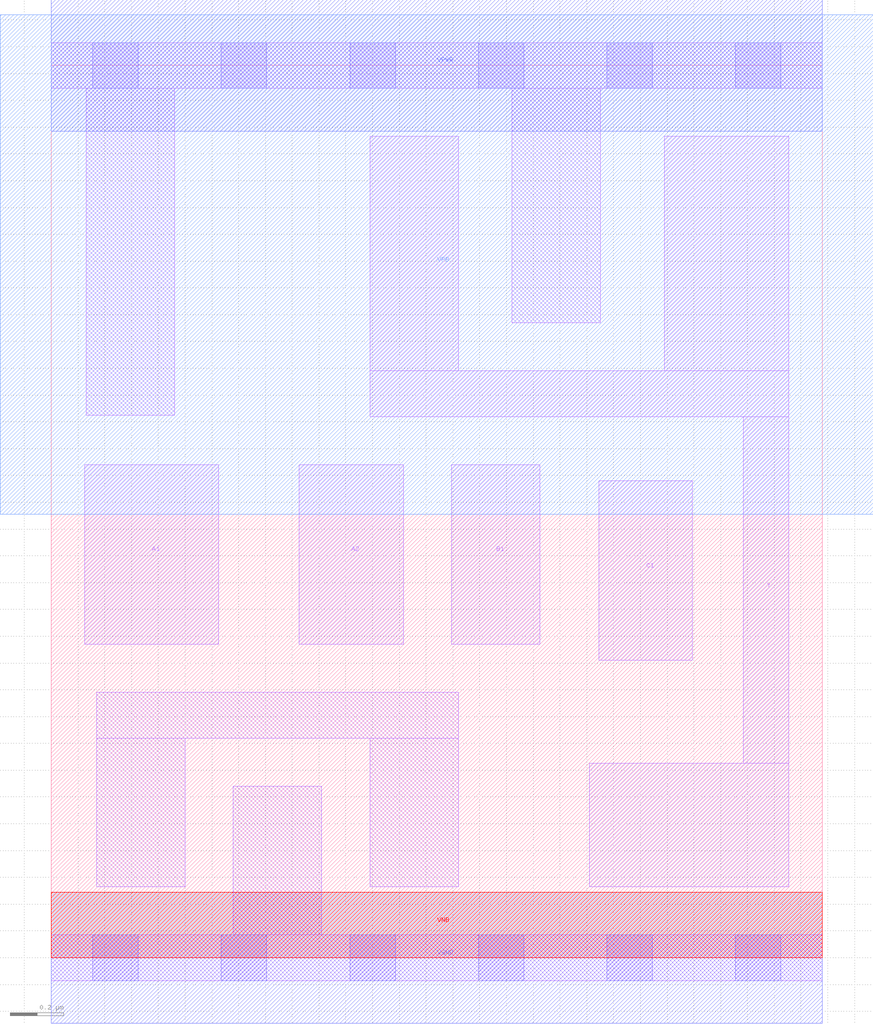
<source format=lef>
# Copyright 2020 The SkyWater PDK Authors
#
# Licensed under the Apache License, Version 2.0 (the "License");
# you may not use this file except in compliance with the License.
# You may obtain a copy of the License at
#
#     https://www.apache.org/licenses/LICENSE-2.0
#
# Unless required by applicable law or agreed to in writing, software
# distributed under the License is distributed on an "AS IS" BASIS,
# WITHOUT WARRANTIES OR CONDITIONS OF ANY KIND, either express or implied.
# See the License for the specific language governing permissions and
# limitations under the License.
#
# SPDX-License-Identifier: Apache-2.0

VERSION 5.7 ;
  NOWIREEXTENSIONATPIN ON ;
  DIVIDERCHAR "/" ;
  BUSBITCHARS "[]" ;
MACRO sky130_fd_sc_lp__o211ai_lp
  CLASS CORE ;
  FOREIGN sky130_fd_sc_lp__o211ai_lp ;
  ORIGIN  0.000000  0.000000 ;
  SIZE  2.880000 BY  3.330000 ;
  SYMMETRY X Y R90 ;
  SITE unit ;
  PIN A1
    ANTENNAGATEAREA  0.313000 ;
    DIRECTION INPUT ;
    USE SIGNAL ;
    PORT
      LAYER li1 ;
        RECT 0.125000 1.170000 0.625000 1.840000 ;
    END
  END A1
  PIN A2
    ANTENNAGATEAREA  0.313000 ;
    DIRECTION INPUT ;
    USE SIGNAL ;
    PORT
      LAYER li1 ;
        RECT 0.925000 1.170000 1.315000 1.840000 ;
    END
  END A2
  PIN B1
    ANTENNAGATEAREA  0.313000 ;
    DIRECTION INPUT ;
    USE SIGNAL ;
    PORT
      LAYER li1 ;
        RECT 1.495000 1.170000 1.825000 1.840000 ;
    END
  END B1
  PIN C1
    ANTENNAGATEAREA  0.313000 ;
    DIRECTION INPUT ;
    USE SIGNAL ;
    PORT
      LAYER li1 ;
        RECT 2.045000 1.110000 2.395000 1.780000 ;
    END
  END C1
  PIN Y
    ANTENNADIFFAREA  0.724700 ;
    DIRECTION OUTPUT ;
    USE SIGNAL ;
    PORT
      LAYER li1 ;
        RECT 1.190000 2.020000 2.755000 2.190000 ;
        RECT 1.190000 2.190000 1.520000 3.065000 ;
        RECT 2.010000 0.265000 2.755000 0.725000 ;
        RECT 2.290000 2.190000 2.755000 3.065000 ;
        RECT 2.585000 0.725000 2.755000 2.020000 ;
    END
  END Y
  PIN VGND
    DIRECTION INOUT ;
    USE GROUND ;
    PORT
      LAYER met1 ;
        RECT 0.000000 -0.245000 2.880000 0.245000 ;
    END
  END VGND
  PIN VNB
    DIRECTION INOUT ;
    USE GROUND ;
    PORT
      LAYER pwell ;
        RECT 0.000000 0.000000 2.880000 0.245000 ;
    END
  END VNB
  PIN VPB
    DIRECTION INOUT ;
    USE POWER ;
    PORT
      LAYER nwell ;
        RECT -0.190000 1.655000 3.070000 3.520000 ;
    END
  END VPB
  PIN VPWR
    DIRECTION INOUT ;
    USE POWER ;
    PORT
      LAYER met1 ;
        RECT 0.000000 3.085000 2.880000 3.575000 ;
    END
  END VPWR
  OBS
    LAYER li1 ;
      RECT 0.000000 -0.085000 2.880000 0.085000 ;
      RECT 0.000000  3.245000 2.880000 3.415000 ;
      RECT 0.130000  2.025000 0.460000 3.245000 ;
      RECT 0.170000  0.265000 0.500000 0.820000 ;
      RECT 0.170000  0.820000 1.520000 0.990000 ;
      RECT 0.680000  0.085000 1.010000 0.640000 ;
      RECT 1.190000  0.265000 1.520000 0.820000 ;
      RECT 1.720000  2.370000 2.050000 3.245000 ;
    LAYER mcon ;
      RECT 0.155000 -0.085000 0.325000 0.085000 ;
      RECT 0.155000  3.245000 0.325000 3.415000 ;
      RECT 0.635000 -0.085000 0.805000 0.085000 ;
      RECT 0.635000  3.245000 0.805000 3.415000 ;
      RECT 1.115000 -0.085000 1.285000 0.085000 ;
      RECT 1.115000  3.245000 1.285000 3.415000 ;
      RECT 1.595000 -0.085000 1.765000 0.085000 ;
      RECT 1.595000  3.245000 1.765000 3.415000 ;
      RECT 2.075000 -0.085000 2.245000 0.085000 ;
      RECT 2.075000  3.245000 2.245000 3.415000 ;
      RECT 2.555000 -0.085000 2.725000 0.085000 ;
      RECT 2.555000  3.245000 2.725000 3.415000 ;
  END
END sky130_fd_sc_lp__o211ai_lp
END LIBRARY

</source>
